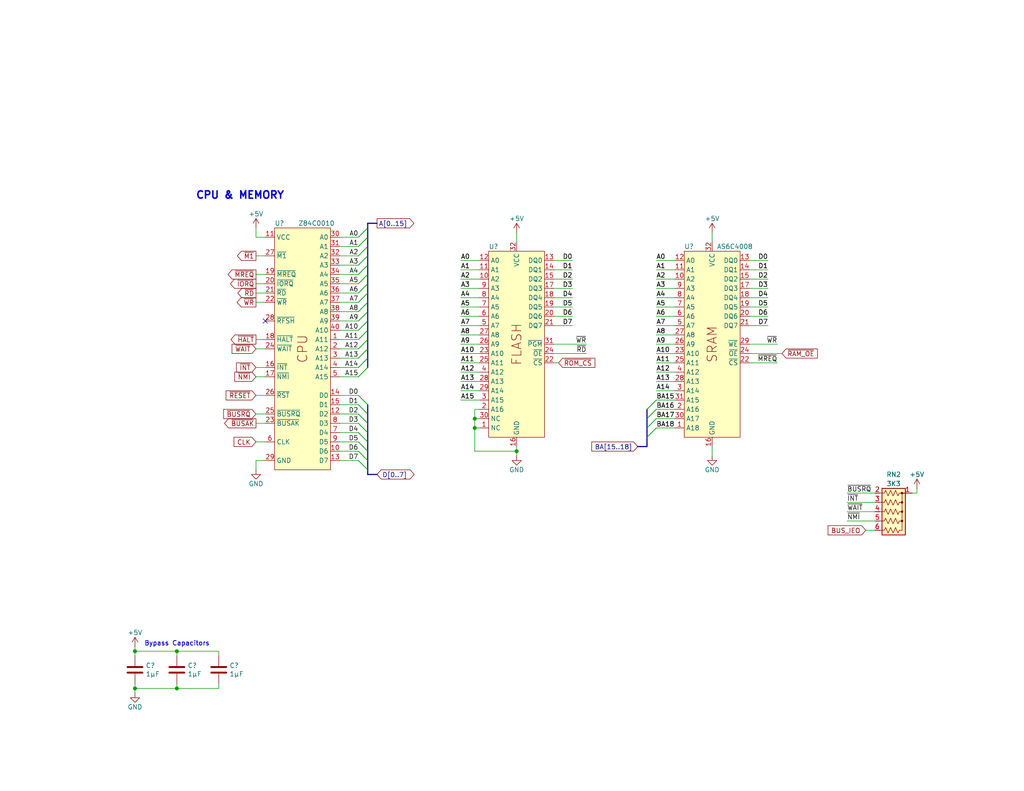
<source format=kicad_sch>
(kicad_sch (version 20230121) (generator eeschema)
  (paper "USLetter")
  (title_block (title "Main board with basic peripherals") (date "2023-09-20") (rev "3") (company "Frédéric Segard, aka Micro Hobbyist") (comment 1 "youtune.com/@microhobbyist") (comment 2 "github.com/fredericsegard") (comment 4 "I want to thank John Winans, Grant Searle and Sergey Kiselev for inspiring me."))
  (lib_symbols
    (symbol "+5V_1" (power) (pin_names (offset 0))
      (property "Value" "+5V_1" (at 0 3.556 0))
      (symbol "+5V_1_0_1"
        (polyline (pts (xy -0.762 1.27) (xy 0 2.54)))
        (polyline (pts (xy 0 0) (xy 0 2.54)))
        (polyline (pts (xy 0 2.54) (xy 0.762 1.27)))
      )
      (symbol "+5V_1_1_1"
        (pin power_in line (at 0 0 90) (length 0) hide (name "+5V") (number "1"))
      )
    )
    (symbol "0_Library:AS6C4008"
      (property "Reference" "U" (at -7.62 0.635 0))
      (property "Value" "AS6C4008" (at 1.27 0.635 0))
      (symbol "AS6C4008_0_0"
        (text "SRAM" (at 0 -25.4 900) (effects (font (size 2.54 2.54))))
        (pin power_in line (at 0 -53.34 90) (length 2.54) (name "GND") (number "16"))
        (pin power_in line (at 0 2.54 270) (length 2.54) (name "VCC") (number "32"))
      )
      (symbol "AS6C4008_0_1"
        (rectangle (start -7.62 0) (end 7.62 -50.8) (fill (type background)))
      )
      (symbol "AS6C4008_1_1"
        (pin input line (at -10.16 -48.26 0) (length 2.54) (name "A18") (number "1"))
        (pin input line (at -10.16 -7.62 0) (length 2.54) (name "A2") (number "10"))
        (pin input line (at -10.16 -5.08 0) (length 2.54) (name "A1") (number "11"))
        (pin input line (at -10.16 -2.54 0) (length 2.54) (name "A0") (number "12"))
        (pin tri_state line (at 10.16 -2.54 180) (length 2.54) (name "DQ0") (number "13"))
        (pin tri_state line (at 10.16 -5.08 180) (length 2.54) (name "DQ1") (number "14"))
        (pin tri_state line (at 10.16 -7.62 180) (length 2.54) (name "DQ2") (number "15"))
        (pin tri_state line (at 10.16 -10.16 180) (length 2.54) (name "DQ3") (number "17"))
        (pin tri_state line (at 10.16 -12.7 180) (length 2.54) (name "DQ4") (number "18"))
        (pin tri_state line (at 10.16 -15.24 180) (length 2.54) (name "DQ5") (number "19"))
        (pin input line (at -10.16 -43.18 0) (length 2.54) (name "A16") (number "2"))
        (pin tri_state line (at 10.16 -17.78 180) (length 2.54) (name "DQ6") (number "20"))
        (pin tri_state line (at 10.16 -20.32 180) (length 2.54) (name "DQ7") (number "21"))
        (pin input line (at 10.16 -30.48 180) (length 2.54) (name "~{CS}") (number "22"))
        (pin input line (at -10.16 -27.94 0) (length 2.54) (name "A10") (number "23"))
        (pin input line (at 10.16 -27.94 180) (length 2.54) (name "~{OE}") (number "24"))
        (pin input line (at -10.16 -30.48 0) (length 2.54) (name "A11") (number "25"))
        (pin input line (at -10.16 -25.4 0) (length 2.54) (name "A9") (number "26"))
        (pin input line (at -10.16 -22.86 0) (length 2.54) (name "A8") (number "27"))
        (pin input line (at -10.16 -35.56 0) (length 2.54) (name "A13") (number "28"))
        (pin input line (at 10.16 -25.4 180) (length 2.54) (name "~{WE}") (number "29"))
        (pin input line (at -10.16 -38.1 0) (length 2.54) (name "A14") (number "3"))
        (pin input line (at -10.16 -45.72 0) (length 2.54) (name "A17") (number "30"))
        (pin input line (at -10.16 -40.64 0) (length 2.54) (name "A15") (number "31"))
        (pin input line (at -10.16 -33.02 0) (length 2.54) (name "A12") (number "4"))
        (pin input line (at -10.16 -20.32 0) (length 2.54) (name "A7") (number "5"))
        (pin input line (at -10.16 -17.78 0) (length 2.54) (name "A6") (number "6"))
        (pin input line (at -10.16 -15.24 0) (length 2.54) (name "A5") (number "7"))
        (pin input line (at -10.16 -12.7 0) (length 2.54) (name "A4") (number "8"))
        (pin input line (at -10.16 -10.16 0) (length 2.54) (name "A3") (number "9"))
      )
    )
    (symbol "0_Library:SST39SF010"
      (property "Reference" "U" (at -7.62 0 0))
      (property "Value" "SST39SF010" (at 1.27 0 0))
      (symbol "SST39SF010_0_0"
        (text "FLASH" (at 0 -25.4 900) (effects (font (size 2.54 2.54))))
        (pin power_in line (at 0 -53.34 90) (length 2.54) (name "GND") (number "16"))
        (pin power_in line (at 0 2.54 270) (length 2.54) (name "VCC") (number "32"))
      )
      (symbol "SST39SF010_0_1"
        (rectangle (start -7.62 0) (end 7.62 -50.8) (fill (type background)))
      )
      (symbol "SST39SF010_1_1"
        (pin input line (at -10.16 -48.26 0) (length 2.54) (name "NC") (number "1"))
        (pin input line (at -10.16 -7.62 0) (length 2.54) (name "A2") (number "10"))
        (pin input line (at -10.16 -5.08 0) (length 2.54) (name "A1") (number "11"))
        (pin input line (at -10.16 -2.54 0) (length 2.54) (name "A0") (number "12"))
        (pin tri_state line (at 10.16 -2.54 180) (length 2.54) (name "DQ0") (number "13"))
        (pin tri_state line (at 10.16 -5.08 180) (length 2.54) (name "DQ1") (number "14"))
        (pin tri_state line (at 10.16 -7.62 180) (length 2.54) (name "DQ2") (number "15"))
        (pin tri_state line (at 10.16 -10.16 180) (length 2.54) (name "DQ3") (number "17"))
        (pin tri_state line (at 10.16 -12.7 180) (length 2.54) (name "DQ4") (number "18"))
        (pin tri_state line (at 10.16 -15.24 180) (length 2.54) (name "DQ5") (number "19"))
        (pin input line (at -10.16 -43.18 0) (length 2.54) (name "A16") (number "2"))
        (pin tri_state line (at 10.16 -17.78 180) (length 2.54) (name "DQ6") (number "20"))
        (pin tri_state line (at 10.16 -20.32 180) (length 2.54) (name "DQ7") (number "21"))
        (pin input line (at 10.16 -30.48 180) (length 2.54) (name "~{CS}") (number "22"))
        (pin input line (at -10.16 -27.94 0) (length 2.54) (name "A10") (number "23"))
        (pin input line (at 10.16 -27.94 180) (length 2.54) (name "~{OE}") (number "24"))
        (pin input line (at -10.16 -30.48 0) (length 2.54) (name "A11") (number "25"))
        (pin input line (at -10.16 -25.4 0) (length 2.54) (name "A9") (number "26"))
        (pin input line (at -10.16 -22.86 0) (length 2.54) (name "A8") (number "27"))
        (pin input line (at -10.16 -35.56 0) (length 2.54) (name "A13") (number "28"))
        (pin input line (at -10.16 -38.1 0) (length 2.54) (name "A14") (number "29"))
        (pin input line (at -10.16 -40.64 0) (length 2.54) (name "A15") (number "3"))
        (pin input line (at -10.16 -45.72 0) (length 2.54) (name "NC") (number "30"))
        (pin input line (at 10.16 -25.4 180) (length 2.54) (name "~{PGM}") (number "31"))
        (pin input line (at -10.16 -33.02 0) (length 2.54) (name "A12") (number "4"))
        (pin input line (at -10.16 -20.32 0) (length 2.54) (name "A7") (number "5"))
        (pin input line (at -10.16 -17.78 0) (length 2.54) (name "A6") (number "6"))
        (pin input line (at -10.16 -15.24 0) (length 2.54) (name "A5") (number "7"))
        (pin input line (at -10.16 -12.7 0) (length 2.54) (name "A4") (number "8"))
        (pin input line (at -10.16 -10.16 0) (length 2.54) (name "A3") (number "9"))
      )
    )
    (symbol "0_Library:Z84C00xx CPU"
      (property "Reference" "U" (at -7.62 1.27 0))
      (property "Value" "Z84C00xx CPU" (at 1.27 1.27 0))
      (symbol "Z84C00xx CPU_0_0"
        (text "CPU" (at 0 -33.02 900) (effects (font (size 2.54 2.54))))
      )
      (symbol "Z84C00xx CPU_0_1"
        (rectangle (start -7.62 0) (end 7.62 -66.04) (stroke (width 0.1524)) (fill (type background)))
      )
      (symbol "Z84C00xx CPU_1_1"
        (pin tri_state line (at 10.16 -30.48 180) (length 2.54) (name "A11") (number "1"))
        (pin tri_state line (at 10.16 -60.96 180) (length 2.54) (name "D6") (number "10"))
        (pin power_in line (at -10.16 -2.54 0) (length 2.54) (name "VCC") (number "11"))
        (pin tri_state line (at 10.16 -50.8 180) (length 2.54) (name "D2") (number "12"))
        (pin tri_state line (at 10.16 -63.5 180) (length 2.54) (name "D7") (number "13"))
        (pin tri_state line (at 10.16 -45.72 180) (length 2.54) (name "D0") (number "14"))
        (pin tri_state line (at 10.16 -48.26 180) (length 2.54) (name "D1") (number "15"))
        (pin input line (at -10.16 -38.1 0) (length 2.54) (name "~{INT}") (number "16"))
        (pin input line (at -10.16 -40.64 0) (length 2.54) (name "~{NMI}") (number "17"))
        (pin output line (at -10.16 -30.48 0) (length 2.54) (name "~{HALT}") (number "18"))
        (pin tri_state line (at -10.16 -12.7 0) (length 2.54) (name "~{MREQ}") (number "19"))
        (pin tri_state line (at 10.16 -33.02 180) (length 2.54) (name "A12") (number "2"))
        (pin tri_state line (at -10.16 -15.24 0) (length 2.54) (name "~{IORQ}") (number "20"))
        (pin tri_state line (at -10.16 -17.78 0) (length 2.54) (name "~{RD}") (number "21"))
        (pin tri_state line (at -10.16 -20.32 0) (length 2.54) (name "~{WR}") (number "22"))
        (pin output line (at -10.16 -53.34 0) (length 2.54) (name "~{BUSAK}") (number "23"))
        (pin input line (at -10.16 -33.02 0) (length 2.54) (name "~{WAIT}") (number "24"))
        (pin input line (at -10.16 -50.8 0) (length 2.54) (name "~{BUSRQ}") (number "25"))
        (pin input line (at -10.16 -45.72 0) (length 2.54) (name "~{RST}") (number "26"))
        (pin output line (at -10.16 -7.62 0) (length 2.54) (name "~{M1}") (number "27"))
        (pin tri_state line (at -10.16 -25.4 0) (length 2.54) (name "~{RFSH}") (number "28"))
        (pin power_in line (at -10.16 -63.5 0) (length 2.54) (name "GND") (number "29"))
        (pin tri_state line (at 10.16 -35.56 180) (length 2.54) (name "A13") (number "3"))
        (pin tri_state line (at 10.16 -2.54 180) (length 2.54) (name "A0") (number "30"))
        (pin tri_state line (at 10.16 -5.08 180) (length 2.54) (name "A1") (number "31"))
        (pin tri_state line (at 10.16 -7.62 180) (length 2.54) (name "A2") (number "32"))
        (pin tri_state line (at 10.16 -10.16 180) (length 2.54) (name "A3") (number "33"))
        (pin tri_state line (at 10.16 -12.7 180) (length 2.54) (name "A4") (number "34"))
        (pin tri_state line (at 10.16 -15.24 180) (length 2.54) (name "A5") (number "35"))
        (pin tri_state line (at 10.16 -17.78 180) (length 2.54) (name "A6") (number "36"))
        (pin tri_state line (at 10.16 -20.32 180) (length 2.54) (name "A7") (number "37"))
        (pin tri_state line (at 10.16 -22.86 180) (length 2.54) (name "A8") (number "38"))
        (pin tri_state line (at 10.16 -25.4 180) (length 2.54) (name "A9") (number "39"))
        (pin tri_state line (at 10.16 -38.1 180) (length 2.54) (name "A14") (number "4"))
        (pin tri_state line (at 10.16 -27.94 180) (length 2.54) (name "A10") (number "40"))
        (pin tri_state line (at 10.16 -40.64 180) (length 2.54) (name "A15") (number "5"))
        (pin input line (at -10.16 -58.42 0) (length 2.54) (name "CLK") (number "6"))
        (pin tri_state line (at 10.16 -55.88 180) (length 2.54) (name "D4") (number "7"))
        (pin tri_state line (at 10.16 -53.34 180) (length 2.54) (name "D3") (number "8"))
        (pin tri_state line (at 10.16 -58.42 180) (length 2.54) (name "D5") (number "9"))
      )
    )
    (symbol "Device:C" (pin_numbers hide) (pin_names (offset 0.254))
      (property "Reference" "C" (at 0.635 2.54 0))
      (property "Value" "C" (at 0.635 -2.54 0))
      (symbol "C_0_1"
        (polyline (pts (xy -2.032 -0.762) (xy 2.032 -0.762)) (stroke (width 0.508)))
        (polyline (pts (xy -2.032 0.762) (xy 2.032 0.762)) (stroke (width 0.508)))
      )
      (symbol "C_1_1"
        (pin passive line (at 0 3.81 270) (length 2.794) (name "~") (number "1"))
        (pin passive line (at 0 -3.81 90) (length 2.794) (name "~") (number "2"))
      )
    )
    (symbol "Device:R_Network05_US" (pin_names (offset 0) hide)
      (property "Reference" "RN" (at -7.62 0 90))
      (property "Value" "R_Network05_US" (at 7.62 0 90))
      (symbol "R_Network05_US_0_1"
        (rectangle (start -6.35 -3.175) (end 6.35 3.175) (stroke (width 0.254)) (fill (type background)))
        (circle (center -5.08 2.286) (radius 0.254) (fill (type outline)))
        (circle (center -2.54 2.286) (radius 0.254) (fill (type outline)))
        (polyline (pts (xy -5.08 2.286) (xy 5.08 2.286)))
        (polyline (pts (xy -5.08 2.286) (xy -5.08 1.524) (xy -4.318 1.1684) (xy -5.842 0.508) (xy -4.318 -0.1524) (xy -5.842 -0.8382) (xy -4.318 -1.524) (xy -5.842 -2.1844) (xy -5.08 -2.54) (xy -5.08 -3.81)))
        (polyline (pts (xy -2.54 2.286) (xy -2.54 1.524) (xy -1.778 1.1684) (xy -3.302 0.508) (xy -1.778 -0.1524) (xy -3.302 -0.8382) (xy -1.778 -1.524) (xy -3.302 -2.1844) (xy -2.54 -2.54) (xy -2.54 -3.81)))
        (polyline (pts (xy 0 2.286) (xy 0 1.524) (xy 0.762 1.1684) (xy -0.762 0.508) (xy 0.762 -0.1524) (xy -0.762 -0.8382) (xy 0.762 -1.524) (xy -0.762 -2.1844) (xy 0 -2.54) (xy 0 -3.81)))
        (polyline (pts (xy 2.54 2.286) (xy 2.54 1.524) (xy 3.302 1.1684) (xy 1.778 0.508) (xy 3.302 -0.1524) (xy 1.778 -0.8382) (xy 3.302 -1.524) (xy 1.778 -2.1844) (xy 2.54 -2.54) (xy 2.54 -3.81)))
        (polyline (pts (xy 5.08 2.286) (xy 5.08 1.524) (xy 5.842 1.1684) (xy 4.318 0.508) (xy 5.842 -0.1524) (xy 4.318 -0.8382) (xy 5.842 -1.524) (xy 4.318 -2.1844) (xy 5.08 -2.54) (xy 5.08 -3.81)))
        (circle (center 0 2.286) (radius 0.254) (fill (type outline)))
        (circle (center 2.54 2.286) (radius 0.254) (fill (type outline)))
      )
      (symbol "R_Network05_US_1_1"
        (pin passive line (at -5.08 5.08 270) (length 2.54) (name "common") (number "1"))
        (pin passive line (at -5.08 -5.08 90) (length 1.27) (name "R1") (number "2"))
        (pin passive line (at -2.54 -5.08 90) (length 1.27) (name "R2") (number "3"))
        (pin passive line (at 0 -5.08 90) (length 1.27) (name "R3") (number "4"))
        (pin passive line (at 2.54 -5.08 90) (length 1.27) (name "R4") (number "5"))
        (pin passive line (at 5.08 -5.08 90) (length 1.27) (name "R5") (number "6"))
      )
    )
    (symbol "GND_1" (power) (pin_names (offset 0))
      (property "Value" "GND_1" (at 0 -3.81 0))
      (symbol "GND_1_0_1"
        (polyline (pts (xy 0 0) (xy 0 -1.27) (xy 1.27 -1.27) (xy 0 -2.54) (xy -1.27 -1.27) (xy 0 -1.27)))
      )
      (symbol "GND_1_1_1"
        (pin power_in line (at 0 0 270) (length 0) hide (name "GND") (number "1"))
      )
    )
  )
  (junction (at 48.26 187.96))
  (junction (at 36.83 187.96))
  (junction (at 129.54 116.84))
  (junction (at 129.54 114.3))
  (junction (at 36.83 177.8))
  (junction (at 140.97 123.19))
  (junction (at 48.26 177.8))
  (no_connect (at 72.39 87.63))
  (bus_entry (at 97.79 77.47) (size 2.54 -2.54))
  (bus_entry (at 97.79 77.47) (size 2.54 -2.54))
  (bus_entry (at 97.79 72.39) (size 2.54 -2.54))
  (bus_entry (at 97.79 72.39) (size 2.54 -2.54))
  (bus_entry (at 97.79 102.87) (size 2.54 -2.54))
  (bus_entry (at 97.79 102.87) (size 2.54 -2.54))
  (bus_entry (at 97.79 85.09) (size 2.54 -2.54))
  (bus_entry (at 97.79 85.09) (size 2.54 -2.54))
  (bus_entry (at 97.79 100.33) (size 2.54 -2.54))
  (bus_entry (at 97.79 100.33) (size 2.54 -2.54))
  (bus_entry (at 100.33 115.57) (size -2.54 -2.54))
  (bus_entry (at 100.33 115.57) (size -2.54 -2.54))
  (bus_entry (at 97.79 95.25) (size 2.54 -2.54))
  (bus_entry (at 97.79 95.25) (size 2.54 -2.54))
  (bus_entry (at 100.33 120.65) (size -2.54 -2.54))
  (bus_entry (at 100.33 120.65) (size -2.54 -2.54))
  (bus_entry (at 97.79 80.01) (size 2.54 -2.54))
  (bus_entry (at 97.79 80.01) (size 2.54 -2.54))
  (bus_entry (at 100.33 118.11) (size -2.54 -2.54))
  (bus_entry (at 100.33 118.11) (size -2.54 -2.54))
  (bus_entry (at 176.53 116.84) (size 2.54 -2.54))
  (bus_entry (at 176.53 116.84) (size 2.54 -2.54))
  (bus_entry (at 100.33 113.03) (size -2.54 -2.54))
  (bus_entry (at 100.33 113.03) (size -2.54 -2.54))
  (bus_entry (at 176.53 114.3) (size 2.54 -2.54))
  (bus_entry (at 176.53 114.3) (size 2.54 -2.54))
  (bus_entry (at 176.53 111.76) (size 2.54 -2.54))
  (bus_entry (at 176.53 111.76) (size 2.54 -2.54))
  (bus_entry (at 97.79 67.31) (size 2.54 -2.54))
  (bus_entry (at 97.79 67.31) (size 2.54 -2.54))
  (bus_entry (at 97.79 87.63) (size 2.54 -2.54))
  (bus_entry (at 97.79 87.63) (size 2.54 -2.54))
  (bus_entry (at 97.79 64.77) (size 2.54 -2.54))
  (bus_entry (at 97.79 64.77) (size 2.54 -2.54))
  (bus_entry (at 100.33 125.73) (size -2.54 -2.54))
  (bus_entry (at 100.33 125.73) (size -2.54 -2.54))
  (bus_entry (at 176.53 119.38) (size 2.54 -2.54))
  (bus_entry (at 176.53 119.38) (size 2.54 -2.54))
  (bus_entry (at 97.79 82.55) (size 2.54 -2.54))
  (bus_entry (at 97.79 82.55) (size 2.54 -2.54))
  (bus_entry (at 97.79 69.85) (size 2.54 -2.54))
  (bus_entry (at 97.79 69.85) (size 2.54 -2.54))
  (bus_entry (at 97.79 92.71) (size 2.54 -2.54))
  (bus_entry (at 97.79 92.71) (size 2.54 -2.54))
  (bus_entry (at 97.79 97.79) (size 2.54 -2.54))
  (bus_entry (at 97.79 97.79) (size 2.54 -2.54))
  (bus_entry (at 100.33 128.27) (size -2.54 -2.54))
  (bus_entry (at 100.33 128.27) (size -2.54 -2.54))
  (bus_entry (at 100.33 110.49) (size -2.54 -2.54))
  (bus_entry (at 100.33 110.49) (size -2.54 -2.54))
  (bus_entry (at 97.79 74.93) (size 2.54 -2.54))
  (bus_entry (at 97.79 74.93) (size 2.54 -2.54))
  (bus_entry (at 97.79 90.17) (size 2.54 -2.54))
  (bus_entry (at 97.79 90.17) (size 2.54 -2.54))
  (bus_entry (at 100.33 123.19) (size -2.54 -2.54))
  (bus_entry (at 100.33 123.19) (size -2.54 -2.54))
  (wire (pts (xy 92.71 72.39) (xy 97.79 72.39)))
  (wire (pts (xy 92.71 85.09) (xy 97.79 85.09)))
  (wire (pts (xy 92.71 92.71) (xy 97.79 92.71)))
  (wire (pts (xy 151.13 76.2) (xy 156.21 76.2)))
  (wire (pts (xy 92.71 69.85) (xy 97.79 69.85)))
  (wire (pts (xy 69.85 113.03) (xy 72.39 113.03)))
  (wire (pts (xy 151.13 99.06) (xy 152.4 99.06)))
  (wire (pts (xy 250.19 133.35) (xy 250.19 134.62)))
  (wire (pts (xy 92.71 77.47) (xy 97.79 77.47)))
  (wire (pts (xy 36.83 186.69) (xy 36.83 187.96)))
  (wire (pts (xy 204.47 76.2) (xy 209.55 76.2)))
  (bus (pts (xy 100.33 118.11) (xy 100.33 120.65)))
  (bus (pts (xy 100.33 80.01) (xy 100.33 82.55)))
  (wire (pts (xy 204.47 81.28) (xy 209.55 81.28)))
  (bus (pts (xy 100.33 110.49) (xy 100.33 113.03)))
  (wire (pts (xy 130.81 104.14) (xy 125.73 104.14)))
  (wire (pts (xy 92.71 100.33) (xy 97.79 100.33)))
  (bus (pts (xy 100.33 87.63) (xy 100.33 85.09)))
  (wire (pts (xy 48.26 187.96) (xy 59.69 187.96)))
  (wire (pts (xy 140.97 123.19) (xy 140.97 124.46)))
  (wire (pts (xy 204.47 88.9) (xy 209.55 88.9)))
  (wire (pts (xy 204.47 93.98) (xy 212.09 93.98)))
  (wire (pts (xy 69.85 62.23) (xy 69.85 64.77)))
  (wire (pts (xy 130.81 99.06) (xy 125.73 99.06)))
  (wire (pts (xy 48.26 186.69) (xy 48.26 187.96)))
  (wire (pts (xy 59.69 179.07) (xy 59.69 177.8)))
  (wire (pts (xy 179.07 116.84) (xy 184.15 116.84)))
  (wire (pts (xy 204.47 99.06) (xy 212.09 99.06)))
  (wire (pts (xy 69.85 100.33) (xy 72.39 100.33)))
  (wire (pts (xy 179.07 114.3) (xy 184.15 114.3)))
  (wire (pts (xy 184.15 86.36) (xy 179.07 86.36)))
  (wire (pts (xy 179.07 111.76) (xy 184.15 111.76)))
  (wire (pts (xy 130.81 73.66) (xy 125.73 73.66)))
  (bus (pts (xy 176.53 111.76) (xy 176.53 114.3)))
  (wire (pts (xy 130.81 111.76) (xy 129.54 111.76)))
  (wire (pts (xy 151.13 78.74) (xy 156.21 78.74)))
  (wire (pts (xy 184.15 91.44) (xy 179.07 91.44)))
  (wire (pts (xy 72.39 125.73) (xy 69.85 125.73)))
  (wire (pts (xy 69.85 74.93) (xy 72.39 74.93)))
  (bus (pts (xy 100.33 62.23) (xy 100.33 60.96)))
  (wire (pts (xy 129.54 123.19) (xy 140.97 123.19)))
  (wire (pts (xy 36.83 176.53) (xy 36.83 177.8)))
  (bus (pts (xy 176.53 114.3) (xy 176.53 116.84)))
  (wire (pts (xy 204.47 83.82) (xy 209.55 83.82)))
  (wire (pts (xy 130.81 86.36) (xy 125.73 86.36)))
  (bus (pts (xy 100.33 115.57) (xy 100.33 118.11)))
  (wire (pts (xy 204.47 71.12) (xy 209.55 71.12)))
  (wire (pts (xy 129.54 116.84) (xy 129.54 123.19)))
  (bus (pts (xy 100.33 95.25) (xy 100.33 92.71)))
  (bus (pts (xy 100.33 100.33) (xy 100.33 97.79)))
  (wire (pts (xy 184.15 76.2) (xy 179.07 76.2)))
  (bus (pts (xy 100.33 129.54) (xy 102.87 129.54)))
  (wire (pts (xy 140.97 121.92) (xy 140.97 123.19)))
  (bus (pts (xy 100.33 80.01) (xy 100.33 77.47)))
  (wire (pts (xy 184.15 73.66) (xy 179.07 73.66)))
  (bus (pts (xy 173.99 121.92) (xy 176.53 121.92)))
  (wire (pts (xy 48.26 177.8) (xy 36.83 177.8)))
  (wire (pts (xy 238.76 134.62) (xy 231.14 134.62)))
  (wire (pts (xy 59.69 177.8) (xy 48.26 177.8)))
  (bus (pts (xy 100.33 69.85) (xy 100.33 67.31)))
  (wire (pts (xy 72.39 64.77) (xy 69.85 64.77)))
  (wire (pts (xy 238.76 142.24) (xy 231.14 142.24)))
  (wire (pts (xy 231.14 137.16) (xy 238.76 137.16)))
  (bus (pts (xy 100.33 120.65) (xy 100.33 123.19)))
  (bus (pts (xy 176.53 116.84) (xy 176.53 119.38)))
  (bus (pts (xy 100.33 128.27) (xy 100.33 129.54)))
  (wire (pts (xy 92.71 120.65) (xy 97.79 120.65)))
  (wire (pts (xy 204.47 86.36) (xy 209.55 86.36)))
  (wire (pts (xy 92.71 74.93) (xy 97.79 74.93)))
  (wire (pts (xy 130.81 81.28) (xy 125.73 81.28)))
  (wire (pts (xy 250.19 134.62) (xy 248.92 134.62)))
  (wire (pts (xy 92.71 113.03) (xy 97.79 113.03)))
  (bus (pts (xy 100.33 67.31) (xy 100.33 64.77)))
  (wire (pts (xy 69.85 82.55) (xy 72.39 82.55)))
  (wire (pts (xy 130.81 96.52) (xy 125.73 96.52)))
  (wire (pts (xy 236.22 144.78) (xy 238.76 144.78)))
  (wire (pts (xy 194.31 121.92) (xy 194.31 124.46)))
  (wire (pts (xy 130.81 114.3) (xy 129.54 114.3)))
  (wire (pts (xy 204.47 73.66) (xy 209.55 73.66)))
  (wire (pts (xy 184.15 96.52) (xy 179.07 96.52)))
  (wire (pts (xy 204.47 96.52) (xy 213.36 96.52)))
  (wire (pts (xy 72.39 69.85) (xy 69.85 69.85)))
  (wire (pts (xy 130.81 71.12) (xy 125.73 71.12)))
  (wire (pts (xy 92.71 82.55) (xy 97.79 82.55)))
  (wire (pts (xy 69.85 120.65) (xy 72.39 120.65)))
  (wire (pts (xy 92.71 80.01) (xy 97.79 80.01)))
  (wire (pts (xy 92.71 87.63) (xy 97.79 87.63)))
  (wire (pts (xy 151.13 86.36) (xy 156.21 86.36)))
  (wire (pts (xy 59.69 186.69) (xy 59.69 187.96)))
  (wire (pts (xy 184.15 93.98) (xy 179.07 93.98)))
  (wire (pts (xy 69.85 115.57) (xy 72.39 115.57)))
  (wire (pts (xy 69.85 107.95) (xy 72.39 107.95)))
  (wire (pts (xy 151.13 73.66) (xy 156.21 73.66)))
  (bus (pts (xy 100.33 60.96) (xy 102.87 60.96)))
  (wire (pts (xy 184.15 71.12) (xy 179.07 71.12)))
  (wire (pts (xy 130.81 101.6) (xy 125.73 101.6)))
  (wire (pts (xy 36.83 177.8) (xy 36.83 179.07)))
  (wire (pts (xy 130.81 88.9) (xy 125.73 88.9)))
  (bus (pts (xy 100.33 90.17) (xy 100.33 87.63)))
  (wire (pts (xy 184.15 104.14) (xy 179.07 104.14)))
  (wire (pts (xy 129.54 114.3) (xy 129.54 116.84)))
  (wire (pts (xy 151.13 88.9) (xy 156.21 88.9)))
  (wire (pts (xy 69.85 95.25) (xy 72.39 95.25)))
  (wire (pts (xy 92.71 95.25) (xy 97.79 95.25)))
  (wire (pts (xy 92.71 67.31) (xy 97.79 67.31)))
  (wire (pts (xy 92.71 110.49) (xy 97.79 110.49)))
  (wire (pts (xy 184.15 78.74) (xy 179.07 78.74)))
  (wire (pts (xy 231.14 139.7) (xy 238.76 139.7)))
  (wire (pts (xy 92.71 102.87) (xy 97.79 102.87)))
  (bus (pts (xy 100.33 92.71) (xy 100.33 90.17)))
  (wire (pts (xy 130.81 109.22) (xy 125.73 109.22)))
  (wire (pts (xy 48.26 179.07) (xy 48.26 177.8)))
  (wire (pts (xy 92.71 115.57) (xy 97.79 115.57)))
  (wire (pts (xy 184.15 83.82) (xy 179.07 83.82)))
  (wire (pts (xy 130.81 106.68) (xy 125.73 106.68)))
  (wire (pts (xy 130.81 91.44) (xy 125.73 91.44)))
  (wire (pts (xy 92.71 97.79) (xy 97.79 97.79)))
  (wire (pts (xy 69.85 77.47) (xy 72.39 77.47)))
  (bus (pts (xy 100.33 64.77) (xy 100.33 62.23)))
  (wire (pts (xy 36.83 187.96) (xy 48.26 187.96)))
  (wire (pts (xy 179.07 109.22) (xy 184.15 109.22)))
  (wire (pts (xy 204.47 78.74) (xy 209.55 78.74)))
  (wire (pts (xy 184.15 88.9) (xy 179.07 88.9)))
  (bus (pts (xy 176.53 119.38) (xy 176.53 121.92)))
  (wire (pts (xy 184.15 81.28) (xy 179.07 81.28)))
  (wire (pts (xy 151.13 81.28) (xy 156.21 81.28)))
  (bus (pts (xy 100.33 74.93) (xy 100.33 72.39)))
  (wire (pts (xy 92.71 107.95) (xy 97.79 107.95)))
  (wire (pts (xy 69.85 92.71) (xy 72.39 92.71)))
  (wire (pts (xy 69.85 125.73) (xy 69.85 128.27)))
  (wire (pts (xy 92.71 118.11) (xy 97.79 118.11)))
  (wire (pts (xy 184.15 99.06) (xy 179.07 99.06)))
  (wire (pts (xy 184.15 101.6) (xy 179.07 101.6)))
  (bus (pts (xy 100.33 123.19) (xy 100.33 125.73)))
  (wire (pts (xy 160.02 96.52) (xy 151.13 96.52)))
  (bus (pts (xy 100.33 72.39) (xy 100.33 69.85)))
  (wire (pts (xy 151.13 83.82) (xy 156.21 83.82)))
  (bus (pts (xy 100.33 113.03) (xy 100.33 115.57)))
  (wire (pts (xy 194.31 63.5) (xy 194.31 66.04)))
  (wire (pts (xy 130.81 83.82) (xy 125.73 83.82)))
  (wire (pts (xy 129.54 111.76) (xy 129.54 114.3)))
  (bus (pts (xy 100.33 125.73) (xy 100.33 128.27)))
  (wire (pts (xy 140.97 63.5) (xy 140.97 66.04)))
  (wire (pts (xy 69.85 102.87) (xy 72.39 102.87)))
  (wire (pts (xy 69.85 80.01) (xy 72.39 80.01)))
  (wire (pts (xy 151.13 71.12) (xy 156.21 71.12)))
  (wire (pts (xy 151.13 93.98) (xy 160.02 93.98)))
  (bus (pts (xy 100.33 77.47) (xy 100.33 74.93)))
  (wire (pts (xy 129.54 116.84) (xy 130.81 116.84)))
  (bus (pts (xy 100.33 85.09) (xy 100.33 82.55)))
  (wire (pts (xy 36.83 187.96) (xy 36.83 189.23)))
  (wire (pts (xy 92.71 90.17) (xy 97.79 90.17)))
  (wire (pts (xy 130.81 93.98) (xy 125.73 93.98)))
  (wire (pts (xy 92.71 125.73) (xy 97.79 125.73)))
  (wire (pts (xy 92.71 64.77) (xy 97.79 64.77)))
  (bus (pts (xy 100.33 97.79) (xy 100.33 95.25)))
  (wire (pts (xy 184.15 106.68) (xy 179.07 106.68)))
  (wire (pts (xy 92.71 123.19) (xy 97.79 123.19)))
  (wire (pts (xy 130.81 76.2) (xy 125.73 76.2)))
  (wire (pts (xy 130.81 78.74) (xy 125.73 78.74)))
  (text "Bypass Capacitors" (at 39.37 176.53 0) (effects (font (size 1.27 1.27)) (justify left bottom)))
  (text "Bypass Capacitors" (at 39.37 176.53 0) (effects (font (size 1.27 1.27)) (justify left bottom)))
  (text "CPU & MEMORY" (at 53.34 54.61 0) (effects (font (size 2 2) (thickness 0.4) bold) (justify left bottom)))
  (label "A14" (at 125.73 106.68 0))
  (label "A4" (at 97.79 74.93 180))
  (label "BA18" (at 179.07 116.84 0))
  (label "D5" (at 156.21 83.82 180))
  (label "A5" (at 97.79 77.47 180))
  (label "BA15" (at 179.07 109.22 0))
  (label "A9" (at 125.73 93.98 0))
  (label "D7" (at 156.21 88.9 180))
  (label "A1" (at 125.73 73.66 0))
  (label "A13" (at 179.07 104.14 0))
  (label "A11" (at 97.79 92.71 180))
  (label "A10" (at 179.07 96.52 0))
  (label "A6" (at 97.79 80.01 180))
  (label "A3" (at 179.07 78.74 0))
  (label "A13" (at 97.79 97.79 180))
  (label "A3" (at 179.07 78.74 0))
  (label "D1" (at 156.21 73.66 180))
  (label "A9" (at 125.73 93.98 0))
  (label "A11" (at 125.73 99.06 0))
  (label "D5" (at 209.55 83.82 180))
  (label "D7" (at 156.21 88.9 180))
  (label "D5" (at 97.79 120.65 180))
  (label "A2" (at 179.07 76.2 0))
  (label "A2" (at 125.73 76.2 0))
  (label "BA15" (at 179.07 109.22 0))
  (label "D7" (at 97.79 125.73 180))
  (label "A7" (at 125.73 88.9 0))
  (label "A0" (at 179.07 71.12 0))
  (label "A4" (at 125.73 81.28 0))
  (label "~{WR}" (at 160.02 93.98 180))
  (label "A5" (at 179.07 83.82 0))
  (label "A8" (at 97.79 85.09 180))
  (label "BA18" (at 179.07 116.84 0))
  (label "A1" (at 125.73 73.66 0))
  (label "A6" (at 179.07 86.36 0))
  (label "BA16" (at 179.07 111.76 0))
  (label "BA17" (at 179.07 114.3 0))
  (label "D6" (at 156.21 86.36 180))
  (label "A3" (at 125.73 78.74 0))
  (label "A11" (at 179.07 99.06 0))
  (label "A9" (at 179.07 93.98 0))
  (label "A5" (at 125.73 83.82 0))
  (label "D3" (at 97.79 115.57 180))
  (label "D4" (at 156.21 81.28 180))
  (label "A13" (at 125.73 104.14 0))
  (label "D4" (at 209.55 81.28 180))
  (label "A4" (at 179.07 81.28 0))
  (label "A2" (at 125.73 76.2 0))
  (label "D6" (at 209.55 86.36 180))
  (label "D1" (at 156.21 73.66 180))
  (label "A0" (at 125.73 71.12 0))
  (label "D2" (at 209.55 76.2 180))
  (label "D1" (at 97.79 110.49 180))
  (label "A8" (at 179.07 91.44 0))
  (label "D4" (at 156.21 81.28 180))
  (label "A13" (at 179.07 104.14 0))
  (label "A0" (at 97.79 64.77 180))
  (label "A10" (at 125.73 96.52 0))
  (label "D1" (at 209.55 73.66 180))
  (label "D0" (at 209.55 71.12 180))
  (label "A6" (at 125.73 86.36 0))
  (label "A0" (at 179.07 71.12 0))
  (label "A12" (at 97.79 95.25 180))
  (label "A14" (at 179.07 106.68 0))
  (label "D1" (at 209.55 73.66 180))
  (label "D0" (at 209.55 71.12 180))
  (label "A9" (at 97.79 87.63 180))
  (label "A5" (at 125.73 83.82 0))
  (label "A10" (at 97.79 90.17 180))
  (label "A7" (at 179.07 88.9 0))
  (label "A6" (at 125.73 86.36 0))
  (label "D6" (at 209.55 86.36 180))
  (label "A12" (at 179.07 101.6 0))
  (label "D5" (at 209.55 83.82 180))
  (label "D2" (at 156.21 76.2 180))
  (label "~{INT}" (at 231.14 137.16 0))
  (label "~{RD}" (at 160.02 96.52 180))
  (label "D6" (at 97.79 123.19 180))
  (label "A6" (at 179.07 86.36 0))
  (label "D3" (at 209.55 78.74 180))
  (label "~{MREQ}" (at 212.09 99.06 180))
  (label "A13" (at 125.73 104.14 0))
  (label "A1" (at 179.07 73.66 0))
  (label "D7" (at 209.55 88.9 180))
  (label "BA17" (at 179.07 114.3 0))
  (label "D3" (at 156.21 78.74 180))
  (label "A5" (at 179.07 83.82 0))
  (label "A1" (at 179.07 73.66 0))
  (label "A14" (at 179.07 106.68 0))
  (label "BA16" (at 179.07 111.76 0))
  (label "D3" (at 156.21 78.74 180))
  (label "D2" (at 97.79 113.03 180))
  (label "D4" (at 97.79 118.11 180))
  (label "A10" (at 179.07 96.52 0))
  (label "A7" (at 179.07 88.9 0))
  (label "D5" (at 156.21 83.82 180))
  (label "A15" (at 125.73 109.22 0))
  (label "D2" (at 209.55 76.2 180))
  (label "A8" (at 125.73 91.44 0))
  (label "A1" (at 97.79 67.31 180))
  (label "A15" (at 97.79 102.87 180))
  (label "D6" (at 156.21 86.36 180))
  (label "D3" (at 209.55 78.74 180))
  (label "D0" (at 156.21 71.12 180))
  (label "A0" (at 125.73 71.12 0))
  (label "A3" (at 125.73 78.74 0))
  (label "A10" (at 125.73 96.52 0))
  (label "A7" (at 97.79 82.55 180))
  (label "A8" (at 125.73 91.44 0))
  (label "~{BUSRQ}" (at 231.14 134.62 0))
  (label "A2" (at 179.07 76.2 0))
  (label "~{NMI}" (at 231.14 142.24 0))
  (label "D0" (at 97.79 107.95 180))
  (label "D4" (at 209.55 81.28 180))
  (label "~{WAIT}" (at 231.14 139.7 0))
  (label "A12" (at 125.73 101.6 0))
  (label "A15" (at 125.73 109.22 0))
  (label "A9" (at 179.07 93.98 0))
  (label "A14" (at 125.73 106.68 0))
  (label "A11" (at 179.07 99.06 0))
  (label "D7" (at 209.55 88.9 180))
  (label "A4" (at 179.07 81.28 0))
  (label "A14" (at 97.79 100.33 180))
  (label "A12" (at 125.73 101.6 0))
  (label "A7" (at 125.73 88.9 0))
  (label "A11" (at 125.73 99.06 0))
  (label "~{WR}" (at 212.09 93.98 180))
  (label "A4" (at 125.73 81.28 0))
  (label "D0" (at 156.21 71.12 180))
  (label "A3" (at 97.79 72.39 180))
  (label "D2" (at 156.21 76.2 180))
  (label "A2" (at 97.79 69.85 180))
  (label "A8" (at 179.07 91.44 0))
  (label "A12" (at 179.07 101.6 0))
  (global_label "~{ROM_CS}" (shape input) (at 152.4 99.06 0) (property "Intersheetrefs" "${INTERSHEET_REFS}" (effects hide)))
  (global_label "CLK" (shape input) (at 69.85 120.65 180) (property "Intersheetrefs" "${INTERSHEET_REFS}" (effects hide)))
  (global_label "~{BUSAK}" (shape output) (at 69.85 115.57 180) (property "Intersheetrefs" "${INTERSHEET_REFS}" (effects hide)))
  (global_label "~{RD}" (shape output) (at 69.85 80.01 180) (property "Intersheetrefs" "${INTERSHEET_REFS}" (effects hide)))
  (global_label "~{NMI}" (shape input) (at 69.85 102.87 180) (property "Intersheetrefs" "${INTERSHEET_REFS}" (effects hide)))
  (global_label "~{INT}" (shape input) (at 69.85 100.33 180) (property "Intersheetrefs" "${INTERSHEET_REFS}" (effects hide)))
  (global_label "~{WR}" (shape output) (at 69.85 82.55 180) (property "Intersheetrefs" "${INTERSHEET_REFS}" (effects hide)))
  (global_label "BUS_IEO" (shape input) (at 236.22 144.78 180) (property "Intersheetrefs" "${INTERSHEET_REFS}" (effects hide)))
  (global_label "~{RAM_OE}" (shape input) (at 213.36 96.52 0) (property "Intersheetrefs" "${INTERSHEET_REFS}" (effects hide)))
  (global_label "~{M1}" (shape output) (at 69.85 69.85 180) (property "Intersheetrefs" "${INTERSHEET_REFS}" (effects hide)))
  (global_label "~{BUSRQ}" (shape input) (at 69.85 113.03 180) (property "Intersheetrefs" "${INTERSHEET_REFS}" (effects hide)))
  (global_label "~{WAIT}" (shape input) (at 69.85 95.25 180) (property "Intersheetrefs" "${INTERSHEET_REFS}" (effects hide)))
  (global_label "~{IORQ}" (shape output) (at 69.85 77.47 180) (property "Intersheetrefs" "${INTERSHEET_REFS}" (effects hide)))
  (global_label "BA[15..18]" (shape input) (at 173.99 121.92 180) (property "Intersheetrefs" "${INTERSHEET_REFS}" (effects hide)))
  (global_label "D[0..7]" (shape bidirectional) (at 102.87 129.54 0) (property "Intersheetrefs" "${INTERSHEET_REFS}" (effects hide)))
  (global_label "~{RESET}" (shape input) (at 69.85 107.95 180) (property "Intersheetrefs" "${INTERSHEET_REFS}" (effects hide)))
  (global_label "A[0..15]" (shape output) (at 102.87 60.96 0) (property "Intersheetrefs" "${INTERSHEET_REFS}" (effects hide)))
  (global_label "~{HALT}" (shape output) (at 69.85 92.71 180) (property "Intersheetrefs" "${INTERSHEET_REFS}" (effects hide)))
  (global_label "~{MREQ}" (shape output) (at 69.85 74.93 180) (property "Intersheetrefs" "${INTERSHEET_REFS}" (effects hide)))
  (symbol (lib_name "+5V_1") (lib_id "power:+5V") (at 250.19 133.35 0) (unit 1)
    (property "Reference" "#PWR?" (effects hide))
    (property "Value" "+5V" (at 250.19 129.54 0))
    (instances (project "1 - Main CPU board with basic peripherals (rev5)" (path "" (reference "#PWR?") (unit 1))) (project "0 - Card edge backplane v2" (path "" (reference "#PWR?") (unit 1))) (project "2 - CPU and core components (Rev 3)" (path "" (reference "#PWR?") (unit 1)) (path "" (reference "#PWR030") (unit 1))))
  )
  (symbol (lib_id "Device:R_Network05_US") (at 243.84 139.7 270) (unit 1)
    (property "Reference" "RN2" (at 243.84 129.54 90))
    (property "Value" "3K3" (at 243.84 132.08 90))
    (property "Footprint" "Resistor_THT:R_Array_SIP6" (effects hide))
    (property "Datasheet" "http://www.vishay.com/docs/31509/csc.pdf" (effects hide))
  )
  (symbol (lib_name "+5V_1") (lib_id "power:+5V") (at 69.85 62.23 0) (unit 1)
    (property "Reference" "#PWR?" (effects hide))
    (property "Value" "+5V" (at 69.85 58.42 0))
    (instances (project "1 - Main CPU board with basic peripherals (rev5)" (path "" (reference "#PWR?") (unit 1))) (project "2 - CPU and memory card with the essential peripherals" (path "" (reference "#PWR?") (unit 1))) (project "2 - CPU and core components (Rev 3)" (path "" (reference "#PWR024") (unit 1))))
  )
  (symbol (lib_name "GND_1") (lib_id "power:GND") (at 36.83 189.23 0) (unit 1)
    (property "Reference" "#PWR?" (effects hide))
    (property "Value" "GND" (at 36.83 193.04 0))
    (instances (project "1 - Main CPU board with basic peripherals (rev5)" (path "" (reference "#PWR?") (unit 1)) (path "" (reference "#PWR?") (unit 1))) (project "2 - CPU and memory card with the essential peripherals" (path "" (reference "#PWR?") (unit 1))) (project "3 - Quad Serial card v3" (path "" (reference "#PWR?") (unit 1)) (path "" (reference "#PWR?") (unit 1))) (project "2 - CPU and core components (Rev 3)" (path "" (reference "#PWR034") (unit 1)) (path "" (reference "#PWR?") (unit 1))))
  )
  (symbol (lib_id "Device:C") (at 48.26 182.88 0) (unit 1)
    (property "Reference" "C?" (at 51.181 181.7116 0) (effects (justify left)))
    (property "Value" "1µF" (at 51.181 184.023 0) (effects (justify left)))
    (property "Footprint" "Capacitor_THT:C_Disc_D3.0mm_W1.6mm_P2.50mm" (effects hide))
    (instances (project "1 - Main CPU board with basic peripherals (rev5)" (path "" (reference "C?") (unit 1)) (path "" (reference "C?") (unit 1))) (project "2 - CPU and memory card with the essential peripherals" (path "" (reference "C?") (unit 1))) (project "3 - Quad Serial card v3" (path "" (reference "C?") (unit 1)) (path "" (reference "C?") (unit 1))) (project "2 - CPU and core components (Rev 3)" (path "" (reference "C9") (unit 1)) (path "" (reference "C?") (unit 1))))
  )
  (symbol (lib_name "GND_1") (lib_id "power:GND") (at 69.85 128.27 0) (unit 1)
    (property "Reference" "#PWR?" (effects hide))
    (property "Value" "GND" (at 69.85 132.08 0))
    (instances (project "1 - Main CPU board with basic peripherals (rev5)" (path "" (reference "#PWR?") (unit 1))) (project "2 - CPU and memory card with the essential peripherals" (path "" (reference "#PWR?") (unit 1)) (path "" (reference "#PWR?") (unit 1)) (path "" (reference "#PWR?") (unit 1))) (project "2 - CPU and core components (Rev 3)" (path "" (reference "#PWR029") (unit 1))))
  )
  (symbol (lib_id "0_Library:AS6C4008") (at 194.31 68.58 0) (unit 1)
    (property "Reference" "U?" (at 186.69 67.31 0) (effects (justify left)))
    (property "Value" "AS6C4008" (at 195.58 67.31 0) (effects (justify left)))
    (property "Footprint" "Package_DIP:DIP-32_W15.24mm_Socket" (effects hide))
    (property "Datasheet" "https://www.alliancememory.com/wp-content/uploads/pdf/AS6C4008.pdf" (effects hide))
    (instances (project "1 - Main CPU board with basic peripherals (rev5)" (path "" (reference "U?") (unit 1))) (project "2 - CPU and memory card with the essential peripherals" (path "" (reference "U?") (unit 1))) (project "" (path "" (reference "U?") (unit 1))) (project "2 - CPU and core components (Rev 3)" (path "" (reference "U9") (unit 1))))
  )
  (symbol (lib_id "0_Library:Z84C00xx CPU") (at 82.55 62.23 0) (unit 1)
    (property "Reference" "U?" (at 74.93 60.96 0) (effects (justify left)))
    (property "Value" "Z84C0010" (at 86.36 60.96 0))
    (property "Footprint" "Package_DIP:DIP-40_W15.24mm_Socket" (effects hide))
    (property "Datasheet" "https://www.mouser.ca/datasheet/2/240/ps0178-2584834.pdf" (effects hide))
    (instances (project "1 - Main CPU board with basic peripherals (rev5)" (path "" (reference "U?") (unit 1))) (project "2 - CPU and memory card with the essential peripherals" (path "" (reference "U?") (unit 1))) (project "" (path "" (reference "U?") (unit 1))) (project "2 - CPU and core components (Rev 3)" (path "" (reference "U7") (unit 1))))
  )
  (symbol (lib_name "GND_1") (lib_id "power:GND") (at 194.31 124.46 0) (unit 1)
    (property "Reference" "#PWR?" (effects hide))
    (property "Value" "GND" (at 194.31 128.27 0))
    (instances (project "1 - Main CPU board with basic peripherals (rev5)" (path "" (reference "#PWR?") (unit 1))) (project "2 - CPU and memory card with the essential peripherals" (path "" (reference "#PWR?") (unit 1)) (path "" (reference "#PWR?") (unit 1)) (path "" (reference "#PWR?") (unit 1))) (project "2 - CPU and core components (Rev 3)" (path "" (reference "#PWR028") (unit 1))))
  )
  (symbol (lib_id "0_Library:SST39SF010") (at 140.97 68.58 0) (unit 1)
    (property "Reference" "U?" (at 133.35 67.31 0) (effects (justify left)))
    (property "Value" "SST39SF010" (effects hide))
    (property "Footprint" "Socket:DIP_Socket-32_W11.9_W12.7_W15.24_W17.78_W18.5_3M_232-1285-00-0602J" (effects hide))
    (property "Datasheet" "https://ww1.microchip.com/downloads/en/DeviceDoc/20005022C.pdf" (effects hide))
    (instances (project "1 - Main CPU board with basic peripherals (rev5)" (path "" (reference "U?") (unit 1))) (project "2 - CPU and memory card with the essential peripherals" (path "" (reference "U?") (unit 1))) (project "" (path "" (reference "U?") (unit 1))) (project "2 - CPU and core components (Rev 3)" (path "" (reference "U8") (unit 1))))
  )
  (symbol (lib_name "+5V_1") (lib_id "power:+5V") (at 140.97 63.5 0) (unit 1)
    (property "Reference" "#PWR?" (effects hide))
    (property "Value" "+5V" (at 140.97 59.69 0))
    (instances (project "1 - Main CPU board with basic peripherals (rev5)" (path "" (reference "#PWR?") (unit 1))) (project "2 - CPU and memory card with the essential peripherals" (path "" (reference "#PWR?") (unit 1))) (project "2 - CPU and core components (Rev 3)" (path "" (reference "#PWR025") (unit 1))))
  )
  (symbol (lib_name "GND_1") (lib_id "power:GND") (at 140.97 124.46 0) (unit 1)
    (property "Reference" "#PWR?" (effects hide))
    (property "Value" "GND" (at 140.97 128.27 0))
    (instances (project "1 - Main CPU board with basic peripherals (rev5)" (path "" (reference "#PWR?") (unit 1))) (project "2 - CPU and memory card with the essential peripherals" (path "" (reference "#PWR?") (unit 1)) (path "" (reference "#PWR?") (unit 1)) (path "" (reference "#PWR?") (unit 1))) (project "2 - CPU and core components (Rev 3)" (path "" (reference "#PWR027") (unit 1))))
  )
  (symbol (lib_name "+5V_1") (lib_id "power:+5V") (at 36.83 176.53 0) (unit 1)
    (property "Reference" "#PWR?" (effects hide))
    (property "Value" "+5V" (at 36.83 172.72 0))
    (instances (project "1 - Main CPU board with basic peripherals (rev5)" (path "" (reference "#PWR?") (unit 1)) (path "" (reference "#PWR?") (unit 1))) (project "2 - CPU and memory card with the essential peripherals" (path "" (reference "#PWR?") (unit 1))) (project "3 - Quad Serial card v3" (path "" (reference "#PWR?") (unit 1)) (path "" (reference "#PWR?") (unit 1))) (project "2 - CPU and core components (Rev 3)" (path "" (reference "#PWR033") (unit 1)) (path "" (reference "#PWR?") (unit 1))))
  )
  (symbol (lib_id "Device:C") (at 36.83 182.88 0) (unit 1)
    (property "Reference" "C?" (at 39.751 181.7116 0) (effects (justify left)))
    (property "Value" "1µF" (at 39.751 184.023 0) (effects (justify left)))
    (property "Footprint" "Capacitor_THT:C_Disc_D3.0mm_W1.6mm_P2.50mm" (effects hide))
    (instances (project "1 - Main CPU board with basic peripherals (rev5)" (path "" (reference "C?") (unit 1)) (path "" (reference "C?") (unit 1))) (project "2 - CPU and memory card with the essential peripherals" (path "" (reference "C?") (unit 1))) (project "3 - Quad Serial card v3" (path "" (reference "C?") (unit 1)) (path "" (reference "C?") (unit 1))) (project "2 - CPU and core components (Rev 3)" (path "" (reference "C8") (unit 1)) (path "" (reference "C?") (unit 1))))
  )
  (symbol (lib_name "+5V_1") (lib_id "power:+5V") (at 194.31 63.5 0) (unit 1)
    (property "Reference" "#PWR?" (effects hide))
    (property "Value" "+5V" (at 194.31 59.69 0))
    (instances (project "1 - Main CPU board with basic peripherals (rev5)" (path "" (reference "#PWR?") (unit 1))) (project "2 - CPU and memory card with the essential peripherals" (path "" (reference "#PWR?") (unit 1))) (project "2 - CPU and core components (Rev 3)" (path "" (reference "#PWR026") (unit 1))))
  )
  (symbol (lib_id "Device:C") (at 59.69 182.88 0) (unit 1)
    (property "Reference" "C?" (at 62.611 181.7116 0) (effects (justify left)))
    (property "Value" "1µF" (at 62.611 184.023 0) (effects (justify left)))
    (property "Footprint" "Capacitor_THT:C_Disc_D3.0mm_W1.6mm_P2.50mm" (effects hide))
    (instances (project "1 - Main CPU board with basic peripherals (rev5)" (path "" (reference "C?") (unit 1)) (path "" (reference "C?") (unit 1))) (project "2 - CPU and memory card with the essential peripherals" (path "" (reference "C?") (unit 1))) (project "3 - Quad Serial card v3" (path "" (reference "C?") (unit 1)) (path "" (reference "C?") (unit 1))) (project "2 - CPU and core components (Rev 3)" (path "" (reference "C10") (unit 1)) (path "" (reference "C?") (unit 1))))
  )
)
</source>
